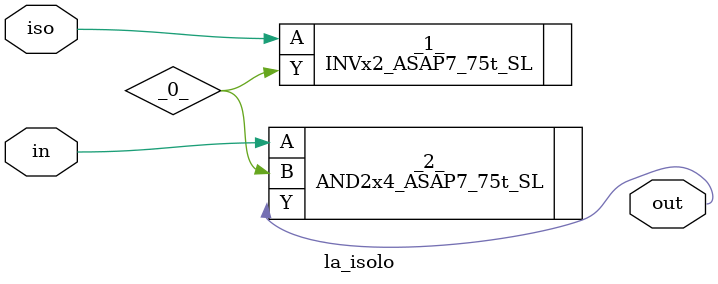
<source format=v>

/* Generated by Yosys 0.44 (git sha1 80ba43d26, g++ 11.4.0-1ubuntu1~22.04 -fPIC -O3) */

(* top =  1  *)
(* src = "generated" *)
(* keep_hierarchy *)
module la_isolo (
    iso,
    in,
    out
);
  wire _0_;
  (* src = "generated" *)
  input in;
  wire in;
  (* src = "generated" *)
  input iso;
  wire iso;
  (* src = "generated" *)
  output out;
  wire out;
  INVx2_ASAP7_75t_SL _1_ (
      .A(iso),
      .Y(_0_)
  );
  AND2x4_ASAP7_75t_SL _2_ (
      .A(in),
      .B(_0_),
      .Y(out)
  );
endmodule

</source>
